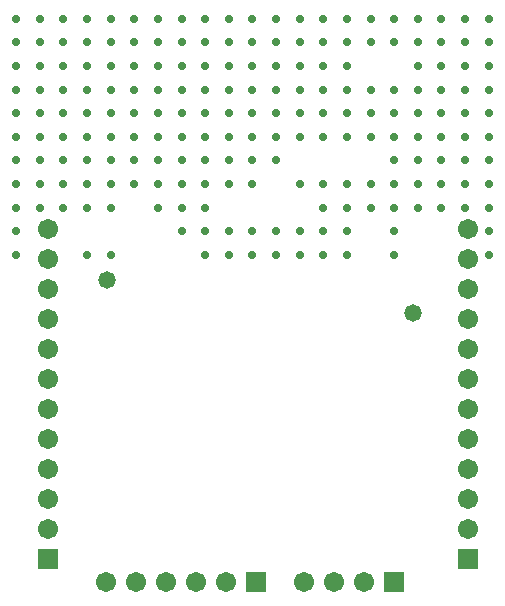
<source format=gbs>
G04 Layer_Color=16711935*
%FSTAX24Y24*%
%MOIN*%
G70*
G01*
G75*
%ADD36C,0.0671*%
%ADD37R,0.0671X0.0671*%
%ADD38R,0.0671X0.0671*%
%ADD39C,0.0277*%
%ADD40C,0.0580*%
D36*
X02031Y02297D02*
D03*
X02131D02*
D03*
X02231D02*
D03*
X02331D02*
D03*
X02431D02*
D03*
X03238Y024706D02*
D03*
Y025706D02*
D03*
Y026706D02*
D03*
Y027706D02*
D03*
Y028706D02*
D03*
Y029706D02*
D03*
Y030706D02*
D03*
Y031706D02*
D03*
Y032706D02*
D03*
Y033706D02*
D03*
Y034706D02*
D03*
X01838Y024706D02*
D03*
Y025706D02*
D03*
Y026706D02*
D03*
Y027706D02*
D03*
Y028706D02*
D03*
Y029706D02*
D03*
Y030706D02*
D03*
Y031706D02*
D03*
Y032706D02*
D03*
Y033706D02*
D03*
Y034706D02*
D03*
X02892Y02297D02*
D03*
X02792D02*
D03*
X02692D02*
D03*
D37*
X02531D02*
D03*
X02992D02*
D03*
D38*
X03238Y023706D02*
D03*
X01838D02*
D03*
D39*
X033071Y041732D02*
D03*
Y040945D02*
D03*
Y040157D02*
D03*
Y03937D02*
D03*
Y038583D02*
D03*
Y037795D02*
D03*
Y037008D02*
D03*
Y03622D02*
D03*
Y035433D02*
D03*
Y034646D02*
D03*
Y033858D02*
D03*
X032283Y041732D02*
D03*
Y040945D02*
D03*
Y040157D02*
D03*
Y03937D02*
D03*
Y038583D02*
D03*
Y037795D02*
D03*
Y037008D02*
D03*
Y03622D02*
D03*
Y035433D02*
D03*
X031496Y041732D02*
D03*
Y040945D02*
D03*
Y040157D02*
D03*
Y03937D02*
D03*
Y038583D02*
D03*
Y037795D02*
D03*
Y037008D02*
D03*
Y03622D02*
D03*
Y035433D02*
D03*
X030709Y041732D02*
D03*
Y040945D02*
D03*
Y040157D02*
D03*
Y03937D02*
D03*
Y038583D02*
D03*
Y037795D02*
D03*
Y037008D02*
D03*
Y03622D02*
D03*
Y035433D02*
D03*
X029921Y041732D02*
D03*
Y040945D02*
D03*
Y03937D02*
D03*
Y038583D02*
D03*
Y037795D02*
D03*
Y037008D02*
D03*
Y03622D02*
D03*
Y035433D02*
D03*
Y034646D02*
D03*
Y033858D02*
D03*
X029134Y041732D02*
D03*
Y040945D02*
D03*
Y03937D02*
D03*
Y038583D02*
D03*
Y037795D02*
D03*
Y03622D02*
D03*
Y035433D02*
D03*
X028346Y041732D02*
D03*
Y040945D02*
D03*
Y040157D02*
D03*
Y03937D02*
D03*
Y038583D02*
D03*
Y037795D02*
D03*
Y03622D02*
D03*
Y035433D02*
D03*
Y034646D02*
D03*
Y033858D02*
D03*
X027559Y041732D02*
D03*
Y040945D02*
D03*
Y040157D02*
D03*
Y03937D02*
D03*
Y038583D02*
D03*
Y037795D02*
D03*
Y03622D02*
D03*
Y035433D02*
D03*
Y034646D02*
D03*
Y033858D02*
D03*
X026772Y041732D02*
D03*
Y040945D02*
D03*
Y040157D02*
D03*
Y03937D02*
D03*
Y038583D02*
D03*
Y037795D02*
D03*
Y03622D02*
D03*
Y034646D02*
D03*
Y033858D02*
D03*
X025984Y041732D02*
D03*
Y040945D02*
D03*
Y040157D02*
D03*
Y03937D02*
D03*
Y038583D02*
D03*
Y037795D02*
D03*
Y037008D02*
D03*
Y034646D02*
D03*
Y033858D02*
D03*
X025197Y041732D02*
D03*
Y040945D02*
D03*
Y040157D02*
D03*
Y03937D02*
D03*
Y038583D02*
D03*
Y037795D02*
D03*
Y037008D02*
D03*
Y03622D02*
D03*
Y034646D02*
D03*
Y033858D02*
D03*
X024409Y041732D02*
D03*
Y040945D02*
D03*
Y040157D02*
D03*
Y03937D02*
D03*
Y038583D02*
D03*
Y037795D02*
D03*
Y037008D02*
D03*
Y03622D02*
D03*
Y034646D02*
D03*
Y033858D02*
D03*
X023622Y041732D02*
D03*
Y040945D02*
D03*
Y040157D02*
D03*
Y03937D02*
D03*
Y038583D02*
D03*
Y037795D02*
D03*
Y037008D02*
D03*
Y03622D02*
D03*
Y035433D02*
D03*
Y034646D02*
D03*
Y033858D02*
D03*
X022835Y041732D02*
D03*
Y040945D02*
D03*
Y040157D02*
D03*
Y03937D02*
D03*
Y038583D02*
D03*
Y037795D02*
D03*
Y037008D02*
D03*
Y03622D02*
D03*
Y035433D02*
D03*
Y034646D02*
D03*
X022047Y041732D02*
D03*
Y040945D02*
D03*
Y040157D02*
D03*
Y03937D02*
D03*
Y038583D02*
D03*
Y037795D02*
D03*
Y037008D02*
D03*
Y03622D02*
D03*
Y035433D02*
D03*
X02126Y041732D02*
D03*
Y040945D02*
D03*
Y040157D02*
D03*
Y03937D02*
D03*
Y038583D02*
D03*
Y037795D02*
D03*
Y037008D02*
D03*
Y03622D02*
D03*
X020472Y041732D02*
D03*
Y040945D02*
D03*
Y040157D02*
D03*
Y03937D02*
D03*
Y038583D02*
D03*
Y037795D02*
D03*
Y037008D02*
D03*
Y03622D02*
D03*
Y035433D02*
D03*
Y033858D02*
D03*
X019685Y041732D02*
D03*
Y040945D02*
D03*
Y040157D02*
D03*
Y03937D02*
D03*
Y038583D02*
D03*
Y037795D02*
D03*
Y037008D02*
D03*
Y03622D02*
D03*
Y035433D02*
D03*
Y033858D02*
D03*
X018898Y041732D02*
D03*
Y040945D02*
D03*
Y040157D02*
D03*
Y03937D02*
D03*
Y038583D02*
D03*
Y037795D02*
D03*
Y037008D02*
D03*
Y03622D02*
D03*
Y035433D02*
D03*
X01811Y041732D02*
D03*
Y040945D02*
D03*
Y040157D02*
D03*
Y03937D02*
D03*
Y038583D02*
D03*
Y037795D02*
D03*
Y037008D02*
D03*
Y03622D02*
D03*
Y035433D02*
D03*
X017323Y041732D02*
D03*
Y040945D02*
D03*
Y040157D02*
D03*
Y03937D02*
D03*
Y038583D02*
D03*
Y037795D02*
D03*
Y037008D02*
D03*
Y03622D02*
D03*
Y035433D02*
D03*
Y034646D02*
D03*
Y033858D02*
D03*
D40*
X03055Y03191D02*
D03*
X02036Y03301D02*
D03*
M02*

</source>
